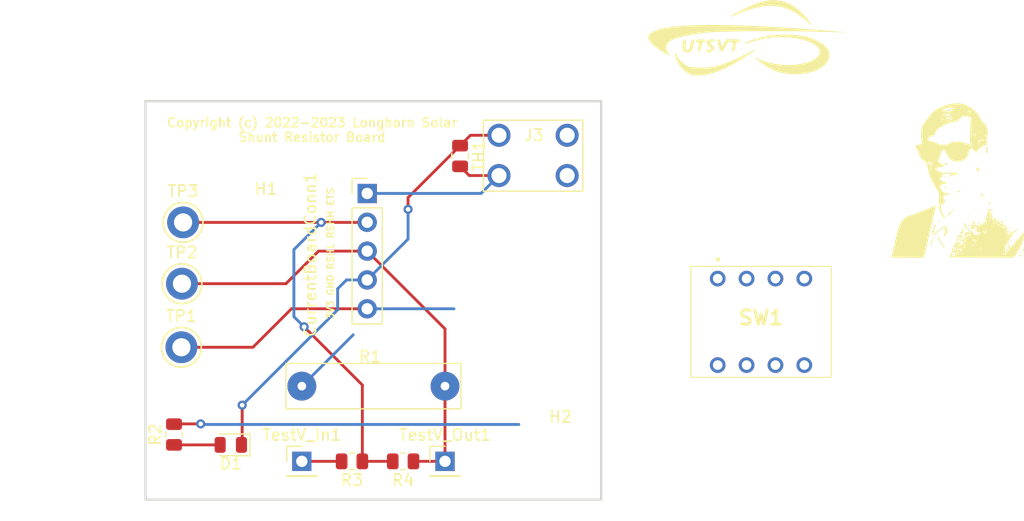
<source format=kicad_pcb>
(kicad_pcb (version 20211014) (generator pcbnew)
  (layers (0 "F.Cu" signal) (31 "B.Cu" signal) (34 "B.Paste" user) (35 "F.Paste" user) (36 "B.SilkS" user "B.Silkscreen") (37 "F.SilkS" user "F.Silkscreen") (38 "B.Mask" user) (39 "F.Mask" user) (44 "Edge.Cuts" user))
  (net 0 "")
  (net 1 "ETS")
  (net 2 "RSHL")
  (net 3 "RSHH")
  (net 4 "+3V3")
  (net 5 "GND")
  (net 6 "Net-(D1-Pad2)")
  (net 7 "Net-(R1-Pad1)")
  (net 8 "Net-(R2-Pad2)")
  (net 9 "Net-(R3-Pad1)")
  (footprint "Connector_PinHeader_2.54mm:PinHeader_1x01_P2.54mm_Vertical" (layer "F.Cu") (at 134.85 109.2)
    (fp_text reference "TestV_Out1" (at 0 -2.33) (layer "F.SilkS"))
    (fp_text value "0-5V")
    (pad "1" thru_hole rect (at 0 0) (size 1.7 1.7) (drill 1) (layers *.Cu *.Mask) (net 2 "RSHL"))
  )
  (footprint "UTSVT_Connectors:Power_Metal_Strip_Battery_Shunt_Resistor_4_Pin_Connector" (layer "F.Cu") (at 142.6 82.023)
    (fp_text reference "J3" (at 0.079 -1.548) (layer "F.SilkS"))
    (fp_text value "Amp_Conn")
    (pad "1" thru_hole circle (at -3 2) (size 2.028 2.028) (drill 1.328) (layers *.Cu *.Mask) (net 1 "ETS"))
    (pad "2" thru_hole circle (at 3 2) (size 2.028 2.028) (drill 1.328) (layers *.Cu *.Mask) (net 3 "RSHH"))
    (pad "3" thru_hole circle (at 3 -1.548) (size 2.028 2.028) (drill 1.328) (layers *.Cu *.Mask) (net 2 "RSHL"))
    (pad "4" thru_hole circle (at -3 -1.548) (size 2.028 2.028) (drill 1.328) (layers *.Cu *.Mask) (net 5 "GND"))
  )
  (footprint "MountingHole:MountingHole_2.7mm_M2.5" (layer "F.Cu") (at 116.05 85)
    (fp_text reference "H1" (at 3.05 0.2) (layer "F.SilkS"))
    (fp_text value "MountingHole")
    (pad "" np_thru_hole circle (at 0 0) (size 2.7 2.7) (drill 2.7) (layers *.Cu *.Mask))
  )
  (footprint "Resistor_SMD:R_0805_2012Metric" (layer "F.Cu") (at 126.6625 109.2)
    (fp_text reference "R3" (at 0 1.65) (layer "F.SilkS"))
    (fp_text value "34k")
    (pad "1" smd roundrect (at -0.9125 0) (size 1.025 1.4) (layers "F.Cu" "F.Paste" "F.Mask") (roundrect_rratio 0.243902) (net 9 "Net-(R3-Pad1)"))
    (pad "2" smd roundrect (at 0.9125 0) (size 1.025 1.4) (layers "F.Cu" "F.Paste" "F.Mask") (roundrect_rratio 0.243902) (net 3 "RSHH"))
  )
  (footprint "Resistor_SMD:R_0805_2012Metric" (layer "F.Cu") (at 111 106.8375 90)
    (fp_text reference "R2" (at 0 -1.65 90) (layer "F.SilkS"))
    (fp_text value "1.6k")
    (pad "1" smd roundrect (at -0.9125 0 90) (size 1.025 1.4) (layers "F.Cu" "F.Paste" "F.Mask") (roundrect_rratio 0.243902) (net 6 "Net-(D1-Pad2)"))
    (pad "2" smd roundrect (at 0.9125 0 90) (size 1.025 1.4) (layers "F.Cu" "F.Paste" "F.Mask") (roundrect_rratio 0.243902) (net 8 "Net-(R2-Pad2)"))
  )
  (footprint "UTSVT_Special:UTSVT_Logo_Symbol" (layer "F.Cu") (at 161.175 72.025)
    (fp_text reference "LOGO1" hide)
    (fp_text value "UTSVT" hide)
  )
  (footprint "Resistor_SMD:R_0805_2012Metric" (layer "F.Cu") (at 131.1625 109.2)
    (fp_text reference "R4" (at 0 1.65) (layer "F.SilkS"))
    (fp_text value "51")
    (pad "1" smd roundrect (at -0.9125 0) (size 1.025 1.4) (layers "F.Cu" "F.Paste" "F.Mask") (roundrect_rratio 0.243902) (net 3 "RSHH"))
    (pad "2" smd roundrect (at 0.9125 0) (size 1.025 1.4) (layers "F.Cu" "F.Paste" "F.Mask") (roundrect_rratio 0.243902) (net 2 "RSHL"))
  )
  (footprint "LED_SMD:LED_0805_2012Metric" (layer "F.Cu") (at 116 107.75 180)
    (fp_text reference "D1" (at 0 -1.65) (layer "F.SilkS"))
    (fp_text value "LED")
    (pad "1" smd roundrect (at -0.9375 0 180) (size 0.975 1.4) (layers "F.Cu" "F.Paste" "F.Mask") (net 5 "GND"))
    (pad "2" smd roundrect (at 0.9375 0 180) (size 0.975 1.4) (layers "F.Cu" "F.Paste" "F.Mask") (net 6 "Net-(D1-Pad2)"))
  )
  (footprint "Connector_PinHeader_2.54mm:PinHeader_1x01_P2.54mm_Vertical" (layer "F.Cu") (at 122.25 109.2)
    (fp_text reference "TestV_In1" (at 0 -2.33) (layer "F.SilkS"))
    (fp_text value "0-5V")
    (pad "1" thru_hole rect (at 0 0) (size 1.7 1.7) (drill 1) (layers *.Cu *.Mask) (net 9 "Net-(R3-Pad1)"))
  )
  (footprint "TestPoint:TestPoint_Keystone_5005-5009_Compact" (layer "F.Cu") (at 111.8 88.15)
    (fp_text reference "TP3" (at 0 -2.75) (layer "F.SilkS"))
    (fp_text value "TestPoint")
    (pad "1" thru_hole circle (at 0 0) (size 2.8 2.8) (drill 1.6) (layers *.Cu *.Mask) (net 3 "RSHH"))
  )
  (footprint "Connector_PinHeader_2.54mm:PinHeader_1x05_P2.54mm_Vertical" (layer "F.Cu") (at 128 85.6)
    (fp_text reference "CurrentBoardConn1" (at -5 5.4 90) (layer "F.SilkS"))
    (fp_text value "Conn_01x05_Male")
    (pad "1" thru_hole rect (at 0 0) (size 1.7 1.7) (drill 1) (layers *.Cu *.Mask) (net 1 "ETS"))
    (pad "2" thru_hole oval (at 0 2.54) (size 1.7 1.7) (drill 1) (layers *.Cu *.Mask) (net 3 "RSHH"))
    (pad "3" thru_hole oval (at 0 5.08) (size 1.7 1.7) (drill 1) (layers *.Cu *.Mask) (net 2 "RSHL"))
    (pad "4" thru_hole oval (at 0 7.62) (size 1.7 1.7) (drill 1) (layers *.Cu *.Mask) (net 5 "GND"))
    (pad "5" thru_hole oval (at 0 10.16) (size 1.7 1.7) (drill 1) (layers *.Cu *.Mask) (net 4 "+3V3"))
  )
  (footprint "UTSVT_Special:Hallock_Image_Tiny" (layer "F.Cu") (at 179.489577 84.287422)
    (fp_text reference "LOGO2" hide)
    (fp_text value "Dr Hallock" hide)
  )
  (footprint "UTSVT_Passive:Vishay_100u_Shunt" (layer "F.Cu") (at 128.25 102.575)
    (fp_text reference "R1" (at 0 -2.6 unlocked) (layer "F.SilkS"))
    (fp_text value "100u")
    (pad "1" thru_hole circle (at -6 0) (size 2.54 2.54) (drill 0.762) (layers *.Cu *.Mask) (net 7 "Net-(R1-Pad1)"))
    (pad "2" thru_hole circle (at 6.6 0) (size 2.54 2.54) (drill 0.762) (layers *.Cu *.Mask) (net 2 "RSHL"))
  )
  (footprint "MountingHole:MountingHole_2.7mm_M2.5" (layer "F.Cu") (at 145 108.975)
    (fp_text reference "H2" (at 0 -3.7) (layer "F.SilkS"))
    (fp_text value "MountingHole")
    (pad "" np_thru_hole circle (at 0 0) (size 2.7 2.7) (drill 2.7) (layers *.Cu *.Mask))
  )
  (footprint "UTSVT_Special:206212" (layer "F.Cu") (at 158.85 93.1)
    (fp_text reference "SW1" (at 3.81 3.455) (layer "F.SilkS") (effects (font (size 1.27 1.27) (thickness 0.254))))
    (fp_text value "SW_DPST" hide)
    (pad "A1" thru_hole circle locked (at 0 0) (size 1.381 1.381) (drill 0.85) (layers *.Cu *.Mask))
    (pad "A2" thru_hole circle locked (at 2.54 0) (size 1.381 1.381) (drill 0.85) (layers *.Cu *.Mask))
    (pad "A3" thru_hole circle locked (at 5.08 0) (size 1.381 1.381) (drill 0.85) (layers *.Cu *.Mask))
    (pad "A4" thru_hole circle locked (at 7.62 0) (size 1.381 1.381) (drill 0.85) (layers *.Cu *.Mask))
    (pad "B1" thru_hole circle locked (at 0 7.62) (size 1.381 1.381) (drill 0.85) (layers *.Cu *.Mask))
    (pad "B2" thru_hole circle locked (at 2.54 7.62) (size 1.381 1.381) (drill 0.85) (layers *.Cu *.Mask))
    (pad "B3" thru_hole circle locked (at 5.08 7.62) (size 1.381 1.381) (drill 0.85) (layers *.Cu *.Mask))
    (pad "B4" thru_hole circle locked (at 7.62 7.62) (size 1.381 1.381) (drill 0.85) (layers *.Cu *.Mask))
  )
  (footprint "TestPoint:TestPoint_Keystone_5005-5009_Compact" (layer "F.Cu") (at 111.7 93.55)
    (fp_text reference "TP2" (at 0 -2.75) (layer "F.SilkS"))
    (fp_text value "TestPoint")
    (pad "1" thru_hole circle (at 0 0) (size 2.8 2.8) (drill 1.6) (layers *.Cu *.Mask) (net 2 "RSHL"))
  )
  (footprint "Resistor_SMD:R_0805_2012Metric" (layer "F.Cu") (at 136.175 82.3 -90)
    (fp_text reference "TH1" (at 0 -1.65 90) (layer "F.SilkS"))
    (fp_text value "100")
    (pad "1" smd roundrect (at -0.9125 0 270) (size 1.025 1.4) (layers "F.Cu" "F.Paste" "F.Mask") (roundrect_rratio 0.243902) (net 5 "GND"))
    (pad "2" smd roundrect (at 0.9125 0 270) (size 1.025 1.4) (layers "F.Cu" "F.Paste" "F.Mask") (roundrect_rratio 0.243902) (net 1 "ETS"))
  )
  (footprint "TestPoint:TestPoint_Keystone_5005-5009_Compact" (layer "F.Cu") (at 111.65 99.15)
    (fp_text reference "TP1" (at 0 -2.75) (layer "F.SilkS"))
    (fp_text value "TestPoint")
    (pad "1" thru_hole circle (at 0 0) (size 2.8 2.8) (drill 1.6) (layers *.Cu *.Mask) (net 4 "+3V3"))
  )
  (gr_rect (start 108.49 77.47) (end 148.59 112.57) (layer "Edge.Cuts") (width 0.2) (fill none))
  (gr_text "Copyright (c) 2022-2023 Longhorn Solar\nShunt Resistor Board" (at 123.15 80) (layer "F.SilkS") (effects (font (size 0.8 0.8))))
  (gr_text "3V3 GND RSHL RSHH ETS" (at 124.775 90.9 90) (layer "F.SilkS") (effects (font (size 0.6 0.6) (thickness 0.125))))
  (segment (start 136.175 83.2125) (end 136.9855 84.023) (width 0.25) (layer "F.Cu") (net 1))
  (segment (start 136.9855 84.023) (end 139.6 84.023) (width 0.25) (layer "F.Cu") (net 1))
  (segment (start 128 85.6) (end 138.023 85.6) (width 0.25) (layer "B.Cu") (net 1))
  (segment (start 138.023 85.6) (end 139.6 84.023) (width 0.25) (layer "B.Cu") (net 1))
  (segment (start 111.7 93.55) (end 120.85 93.55) (width 0.25) (layer "F.Cu") (net 2))
  (segment (start 120.85 93.55) (end 123.72 90.68) (width 0.25) (layer "F.Cu") (net 2))
  (segment (start 123.72 90.68) (end 128 90.68) (width 0.25) (layer "F.Cu") (net 2))
  (segment (start 134.85 97.53) (end 128 90.68) (width 0.25) (layer "F.Cu") (net 2))
  (segment (start 134.85 109.2) (end 134.85 102.575) (width 0.25) (layer "F.Cu") (net 2))
  (segment (start 132.075 109.2) (end 134.85 109.2) (width 0.25) (layer "F.Cu") (net 2))
  (segment (start 134.85 102.575) (end 134.85 97.53) (width 0.25) (layer "F.Cu") (net 2))
  (segment (start 127.575 109.2) (end 127.575 102.475) (width 0.25) (layer "F.Cu") (net 3))
  (segment (start 128.34 87.8) (end 128 88.14) (width 0.25) (layer "F.Cu") (net 3))
  (segment (start 123.95 88.15) (end 127.99 88.15) (width 0.25) (layer "F.Cu") (net 3))
  (segment (start 127.99 88.15) (end 128 88.14) (width 0.25) (layer "F.Cu") (net 3))
  (segment (start 111.8 88.15) (end 123.95 88.15) (width 0.25) (layer "F.Cu") (net 3))
  (segment (start 127.575 102.475) (end 122.45 97.35) (width 0.25) (layer "F.Cu") (net 3))
  (segment (start 127.575 109.2) (end 130.25 109.2) (width 0.25) (layer "F.Cu") (net 3))
  (via (at 122.45 97.35) (size 0.8) (drill 0.4) (layers "F.Cu" "B.Cu") (net 3))
  (via (at 123.95 88.15) (size 0.8) (drill 0.4) (layers "F.Cu" "B.Cu") (net 3))
  (segment (start 122.45 97.35) (end 121.55 96.45) (width 0.25) (layer "B.Cu") (net 3))
  (segment (start 121.55 90.55) (end 123.95 88.15) (width 0.25) (layer "B.Cu") (net 3))
  (segment (start 121.55 96.45) (end 121.55 90.55) (width 0.25) (layer "B.Cu") (net 3))
  (segment (start 117.95 99.15) (end 121.35 95.75) (width 0.25) (layer "F.Cu") (net 4))
  (segment (start 111.65 99.15) (end 117.95 99.15) (width 0.25) (layer "F.Cu") (net 4))
  (segment (start 121.35 95.75) (end 121.36 95.76) (width 0.25) (layer "F.Cu") (net 4))
  (segment (start 121.36 95.76) (end 128 95.76) (width 0.25) (layer "F.Cu") (net 4))
  (segment (start 128 95.76) (end 135.64 95.76) (width 0.25) (layer "B.Cu") (net 4))
  (segment (start 137.0875 80.475) (end 136.175 81.3875) (width 0.25) (layer "F.Cu") (net 5))
  (segment (start 131.6 85.9625) (end 136.175 81.3875) (width 0.25) (layer "F.Cu") (net 5))
  (segment (start 116.9375 107.75) (end 117 107.6875) (width 0.25) (layer "F.Cu") (net 5))
  (segment (start 139.6 80.475) (end 137.0875 80.475) (width 0.25) (layer "F.Cu") (net 5))
  (segment (start 117 107.6875) (end 117 104.25) (width 0.25) (layer "F.Cu") (net 5))
  (segment (start 131.6 87) (end 131.6 85.9625) (width 0.25) (layer "F.Cu") (net 5))
  (via (at 131.6 87) (size 0.8) (drill 0.4) (layers "F.Cu" "B.Cu") (net 5))
  (via (at 117 104.25) (size 0.8) (drill 0.4) (layers "F.Cu" "B.Cu") (net 5))
  (segment (start 117 104.25) (end 125.4 95.85) (width 0.25) (layer "B.Cu") (net 5))
  (segment (start 125.4 94) (end 126.18 93.22) (width 0.25) (layer "B.Cu") (net 5))
  (segment (start 128 93.22) (end 131.6 89.62) (width 0.25) (layer "B.Cu") (net 5))
  (segment (start 126.18 93.22) (end 128 93.22) (width 0.25) (layer "B.Cu") (net 5))
  (segment (start 131.6 89.62) (end 131.6 87) (width 0.25) (layer "B.Cu") (net 5))
  (segment (start 125.4 95.85) (end 125.4 94) (width 0.25) (layer "B.Cu") (net 5))
  (segment (start 111 107.75) (end 115.0625 107.75) (width 0.25) (layer "F.Cu") (net 6))
  (segment (start 126.775 98.05) (end 122.25 102.575) (width 0.25) (layer "B.Cu") (net 7))
  (segment (start 111.025 105.9) (end 111 105.925) (width 0.25) (layer "F.Cu") (net 8))
  (segment (start 113.35 105.9) (end 111.025 105.9) (width 0.25) (layer "F.Cu") (net 8))
  (via (at 113.35 105.9) (size 0.8) (drill 0.4) (layers "F.Cu" "B.Cu") (net 8))
  (segment (start 141.35 105.95) (end 113.4 105.95) (width 0.25) (layer "B.Cu") (net 8))
  (segment (start 113.4 105.95) (end 113.35 105.9) (width 0.25) (layer "B.Cu") (net 8))
  (segment (start 122.25 109.2) (end 125.75 109.2) (width 0.25) (layer "F.Cu") (net 9))
)
</source>
